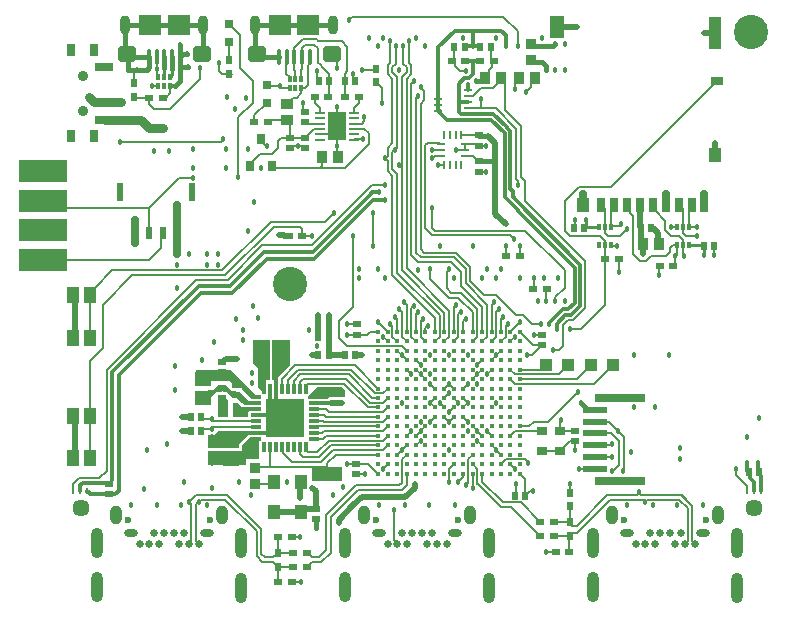
<source format=gtl>
G04*
G04 #@! TF.GenerationSoftware,Altium Limited,Altium Designer,22.0.2 (36)*
G04*
G04 Layer_Physical_Order=1*
G04 Layer_Color=255*
%FSLAX25Y25*%
%MOIN*%
G70*
G04*
G04 #@! TF.SameCoordinates,2161BBB5-3730-4A37-975F-558EB53CE70B*
G04*
G04*
G04 #@! TF.FilePolarity,Positive*
G04*
G01*
G75*
%ADD10C,0.01000*%
%ADD15C,0.00800*%
%ADD16C,0.01500*%
%ADD18C,0.00600*%
%ADD21R,0.02362X0.05906*%
%ADD22R,0.02362X0.04331*%
%ADD23R,0.01142X0.02087*%
%ADD24R,0.02559X0.01063*%
%ADD25R,0.02559X0.00984*%
%ADD26R,0.03543X0.03937*%
%ADD27R,0.02362X0.02520*%
%ADD28R,0.02953X0.02362*%
%ADD29R,0.02520X0.02362*%
%ADD30R,0.03740X0.03347*%
%ADD31R,0.03150X0.03937*%
%ADD32R,0.05906X0.02756*%
%ADD33R,0.02362X0.02953*%
%ADD34R,0.01181X0.02362*%
%ADD35R,0.00984X0.02657*%
%ADD36R,0.02657X0.00984*%
%ADD37R,0.03347X0.02559*%
%ADD38R,0.07874X0.02362*%
%ADD39R,0.16535X0.02756*%
%ADD40R,0.01181X0.02047*%
%ADD41C,0.01575*%
%ADD42R,0.07480X0.07087*%
G04:AMPARAMS|DCode=43|XSize=62.99mil|YSize=55.12mil|CornerRadius=13.78mil|HoleSize=0mil|Usage=FLASHONLY|Rotation=180.000|XOffset=0mil|YOffset=0mil|HoleType=Round|Shape=RoundedRectangle|*
%AMROUNDEDRECTD43*
21,1,0.06299,0.02756,0,0,180.0*
21,1,0.03543,0.05512,0,0,180.0*
1,1,0.02756,-0.01772,0.01378*
1,1,0.02756,0.01772,0.01378*
1,1,0.02756,0.01772,-0.01378*
1,1,0.02756,-0.01772,-0.01378*
%
%ADD43ROUNDEDRECTD43*%
%ADD44O,0.01575X0.05315*%
%ADD45R,0.04134X0.05512*%
%ADD46R,0.03937X0.03543*%
%ADD47R,0.02756X0.04724*%
%ADD48R,0.03937X0.04724*%
%ADD49R,0.03937X0.03150*%
%ADD50R,0.03937X0.11024*%
%ADD51R,0.05118X0.07480*%
%ADD52R,0.03150X0.03150*%
%ADD53R,0.02559X0.03740*%
%ADD54R,0.03347X0.00984*%
%ADD55R,0.06221X0.09764*%
%ADD56R,0.03937X0.03937*%
%ADD57R,0.03937X0.03937*%
%ADD58R,0.16000X0.07500*%
%ADD59R,0.04331X0.04724*%
%ADD60R,0.01200X0.03600*%
%ADD61R,0.03600X0.01200*%
%ADD62R,0.12800X0.12800*%
%ADD63R,0.05512X0.05118*%
%ADD64R,0.05118X0.05512*%
%ADD65R,0.09843X0.04921*%
%ADD131C,0.01200*%
%ADD132C,0.02000*%
%ADD133C,0.03000*%
%ADD134C,0.02500*%
%ADD135C,0.05709*%
%ADD136C,0.03543*%
%ADD137C,0.02559*%
%ADD138O,0.04528X0.02559*%
%ADD139C,0.02362*%
%ADD140O,0.03937X0.06299*%
%ADD141O,0.03937X0.10079*%
%ADD142O,0.03543X0.06299*%
%ADD143C,0.11400*%
%ADD144C,0.01800*%
G36*
X-48425Y-21654D02*
X-52362Y-25591D01*
X-52362D01*
Y-26772D01*
X-54331D01*
Y-13386D01*
X-48425D01*
Y-21654D01*
D02*
G37*
G36*
X-55118Y-26772D02*
X-56299D01*
Y-30709D01*
X-57480D01*
X-59055Y-29134D01*
X-59055Y-22835D01*
X-60630Y-21260D01*
Y-13386D01*
X-55118D01*
Y-26772D01*
D02*
G37*
G36*
X-68111Y-23228D02*
X-58859Y-32480D01*
X-61256Y-32480D01*
X-66767Y-26969D01*
X-79528Y-26969D01*
Y-23228D01*
X-68111Y-23228D01*
D02*
G37*
G36*
X-29921Y-30315D02*
Y-32283D01*
X-35039D01*
X-35827Y-33071D01*
X-42126D01*
Y-31890D01*
X-39370Y-29134D01*
X-31102D01*
X-29921Y-30315D01*
D02*
G37*
G36*
X-67323Y-30709D02*
X-64961D01*
X-61811Y-33858D01*
Y-35039D01*
X-63386D01*
X-65748Y-32677D01*
X-67323D01*
X-69685Y-30315D01*
Y-29921D01*
X-72047D01*
X-74803Y-32677D01*
Y-31102D01*
X-72047Y-28346D01*
Y-28346D01*
X-69685D01*
X-67323Y-30709D01*
D02*
G37*
G36*
X-68898Y-33465D02*
Y-38976D01*
X-72441D01*
Y-33228D01*
X-71653Y-32283D01*
X-70079D01*
X-68898Y-33465D01*
D02*
G37*
G36*
X-64173Y-35827D02*
X-62205D01*
Y-38976D01*
X-67323Y-38976D01*
Y-34252D01*
X-65748Y-34252D01*
X-64173Y-35827D01*
D02*
G37*
G36*
X-62205Y-44882D02*
X-66535Y-49213D01*
X-75590D01*
Y-44882D01*
X-73622D01*
X-72441Y-43701D01*
X-62205D01*
Y-44882D01*
D02*
G37*
G36*
X-58661Y-53150D02*
X-62992D01*
Y-55118D01*
X-75590D01*
Y-50394D01*
X-64173D01*
Y-48425D01*
X-61417Y-45669D01*
X-58661D01*
Y-53150D01*
D02*
G37*
D10*
X-70866Y-20709D02*
X-70827Y-20669D01*
X-70866Y-35433D02*
Y-32835D01*
Y-36693D02*
Y-35433D01*
Y-36693D02*
X-69842Y-37716D01*
Y-37795D02*
Y-37716D01*
X-53937Y-43307D02*
X-50000Y-39370D01*
X-54921Y-44291D02*
X-53937Y-43307D01*
X-50984Y-38386D02*
X-50000Y-39370D01*
X89606Y15118D02*
Y18110D01*
X89508Y18209D02*
X89606Y18110D01*
X84646Y18209D02*
X89508D01*
X50059Y24311D02*
X54724D01*
X-90158Y74331D02*
X-90158Y74331D01*
X-90158Y74331D02*
Y77165D01*
X-88189Y74331D02*
X-87599Y74921D01*
Y76968D01*
X50394Y24646D02*
Y26772D01*
X49764Y24016D02*
X50059Y24311D01*
X50394Y24646D01*
D15*
X-110630Y-16142D02*
Y-1575D01*
X-114862Y-20374D02*
X-110630Y-16142D01*
X-114862Y-38583D02*
Y-20374D01*
X31995Y72447D02*
X33563Y74016D01*
X27559Y38189D02*
Y39764D01*
X27165Y40157D02*
X27559Y39764D01*
X27165Y40157D02*
Y57087D01*
X23228Y63386D02*
Y74016D01*
Y63386D02*
X28740Y57874D01*
Y40945D02*
Y57874D01*
Y40945D02*
X29921Y39764D01*
Y33071D02*
Y39764D01*
X15354Y63976D02*
X20276D01*
X11024D02*
X15354D01*
X15276Y64055D02*
X15354Y63976D01*
X15276Y64055D02*
Y66929D01*
X20276Y63976D02*
X27165Y57087D01*
X29921Y33071D02*
X50000Y12992D01*
X-28740Y93307D02*
X-27559Y94488D01*
X22835D01*
X27559Y89764D01*
Y84646D02*
Y89764D01*
X31890Y70866D02*
Y72047D01*
X31995Y72152D01*
Y72447D01*
X33563Y74016D02*
X33858D01*
X30315Y69291D02*
X31890Y70866D01*
X19291Y70630D02*
X20577Y71916D01*
Y72644D01*
X21949Y74016D01*
X15276Y70630D02*
X19291D01*
X12651Y68006D02*
X15276Y70630D01*
X11116Y68006D02*
X12651D01*
X11024Y67913D02*
X11116Y68006D01*
X26772Y72736D02*
X28051Y74016D01*
X26772Y70472D02*
Y72736D01*
X50000Y-2756D02*
Y12992D01*
X45924Y-6832D02*
X50000Y-2756D01*
X44349Y-6832D02*
X45924D01*
X0Y23130D02*
X30020D01*
X43307Y9843D01*
Y4134D02*
Y9843D01*
X40157Y984D02*
X43307Y4134D01*
X40157Y-394D02*
Y984D01*
X32776Y3543D02*
X33071Y3839D01*
Y7480D01*
X37008Y3248D02*
X37303Y3543D01*
X37008Y-394D02*
Y3248D01*
X18661Y80309D02*
X19443Y79528D01*
X19140Y79285D02*
X19384Y79528D01*
X18898Y77559D02*
Y79528D01*
X18054Y76716D02*
X18898Y77559D01*
X18054Y75042D02*
Y76716D01*
X17028Y74016D02*
X18054Y75042D01*
X42678Y-8503D02*
X44349Y-6832D01*
X42678Y-15196D02*
Y-8503D01*
X41339Y-16535D02*
X42678Y-15196D01*
X5754Y79528D02*
X5906D01*
X5610D02*
X5754D01*
X8268Y76378D02*
X10236D01*
X6687Y77959D02*
X8268Y76378D01*
X6687Y77959D02*
Y78746D01*
X5906Y79528D02*
X6687Y78746D01*
X-4724Y70866D02*
X-3543Y69685D01*
Y66535D02*
Y69685D01*
X-4724Y65354D02*
X-3543Y66535D01*
X19443Y79528D02*
X19587D01*
X19384D02*
X19443D01*
X5754D02*
X6535Y80309D01*
Y84252D01*
X18661Y80309D02*
Y84252D01*
X-48898Y70630D02*
X-48425Y70157D01*
X-51575Y70630D02*
X-48898D01*
X-57874Y53937D02*
X-57776Y53839D01*
Y52658D02*
Y53839D01*
X-100394Y72342D02*
Y76772D01*
X-14173Y52362D02*
Y73622D01*
Y52362D02*
Y52362D01*
X-11024Y44094D02*
Y45669D01*
Y9843D02*
Y44094D01*
X100394Y-58268D02*
Y-56299D01*
X-109449Y-56850D02*
Y-23228D01*
X-112047Y-59449D02*
X-109449Y-56850D01*
X-118504Y-59449D02*
X-112047D01*
X-120453Y-63721D02*
Y-61398D01*
X-118504Y-59449D01*
X-113195Y4128D02*
X-107480Y9843D01*
X100394Y-58268D02*
X103986Y-61860D01*
Y-63642D02*
Y-61860D01*
X15773Y-60655D02*
X22582Y-67464D01*
X48031Y-56299D02*
X53543D01*
X44882Y-74114D02*
Y-68996D01*
X44783Y-74311D02*
Y-74016D01*
X57506Y-64935D02*
X67348D01*
X45958Y-75191D02*
X45965Y-75197D01*
X45663Y-75191D02*
X45958D01*
X44783Y-74311D02*
X45663Y-75191D01*
X45965Y-75197D02*
X47244D01*
X57506Y-64935D01*
X44783Y-78740D02*
Y-78445D01*
X45958Y-77565D02*
X45965Y-77559D01*
X45663Y-77565D02*
X45958D01*
X44783Y-78445D02*
X45663Y-77565D01*
X45965Y-77559D02*
X47357D01*
X58380Y-66535D01*
X44783Y-68898D02*
X44882Y-68996D01*
X61024Y-43543D02*
X63189Y-45709D01*
Y-56398D02*
Y-45709D01*
X62598Y-56988D02*
X63189Y-56398D01*
X53724Y-40731D02*
X58212D01*
X53543Y-40551D02*
X53724Y-40731D01*
X58212D02*
X61024Y-43543D01*
X53543Y-44488D02*
X58864D01*
X59478Y-56988D02*
X61417Y-55049D01*
Y-47042D01*
X58864Y-44488D02*
X61417Y-47042D01*
X59153Y-56988D02*
X59478D01*
X58864Y-48223D02*
X59055Y-48031D01*
X53746Y-48223D02*
X58864D01*
X53543Y-48425D02*
X53746Y-48223D01*
X53553Y-52353D02*
X59055D01*
X53543Y-52362D02*
X53553Y-52353D01*
X28346Y-42126D02*
X31496D01*
X33071Y-40551D01*
X37795D01*
X47638Y-30709D01*
X32283Y-7874D02*
X35433D01*
X39370Y-16535D02*
X41339D01*
X48744Y-9523D02*
X56693Y-1575D01*
X44882Y-9523D02*
X48744D01*
X47259Y-26364D02*
X51968Y-21654D01*
X28361Y-26364D02*
X47259D01*
X53150Y-27953D02*
X59449Y-21654D01*
X29528Y-27953D02*
X53150D01*
X56693Y-1575D02*
Y18209D01*
X-41004D02*
X-21024Y38189D01*
X-16535D02*
X-16535Y38189D01*
X-21024Y38189D02*
X-16535D01*
X-57495Y18209D02*
X-41004D01*
X-69011Y6693D02*
X-57495Y18209D01*
X-44193Y21260D02*
X-40945D01*
X-45079Y24409D02*
X-44193Y23524D01*
Y21260D02*
Y23524D01*
X-53740Y24409D02*
X-45079D01*
X-69882Y8268D02*
X-53740Y24409D01*
X-31890Y-7087D02*
X-27165Y-2362D01*
Y21260D01*
X-787Y23917D02*
X0Y23130D01*
X-787Y23917D02*
Y30709D01*
X51067Y-36614D02*
X53543D01*
X-29055Y-11575D02*
X-25984D01*
X-29134Y-11654D02*
X-29055Y-11575D01*
X-79528Y6693D02*
X-69011D01*
X-109449Y-23228D02*
X-79528Y6693D01*
X-100787Y8268D02*
X-69882D01*
X-54646Y25984D02*
X-36614D01*
X-70787Y9843D02*
X-54646Y25984D01*
X-107480Y9843D02*
X-70787D01*
X-110630Y-1575D02*
X-100787Y8268D01*
X-113195Y3242D02*
Y4128D01*
X-114862Y1575D02*
X-113195Y3242D01*
X-95177Y22539D02*
Y30709D01*
X-95276Y22441D02*
X-95177Y22539D01*
X-125591Y30709D02*
X-123228D01*
X-127953D02*
X-125591D01*
X-128347D02*
X-127953D01*
X-130709Y33071D02*
X-128347Y30709D01*
X-95177D02*
X-85177Y40709D01*
X-80472D01*
X-123228Y30709D02*
X-95177D01*
X-91339Y17480D02*
Y20207D01*
X-91332Y20213D01*
Y21660D01*
X-90551Y22441D01*
X-95433Y13386D02*
X-91339Y17480D01*
X-123228Y13386D02*
X-95433D01*
X-36614Y25984D02*
X-33465Y29134D01*
X-71260Y52756D02*
X-70472Y53543D01*
X-104961Y52756D02*
X-71260D01*
X-70473Y-47638D02*
X-69685Y-48425D01*
X-26274Y-61786D02*
X-11811D01*
X-36220Y-71732D02*
X-26274Y-61786D01*
X-36220Y-83465D02*
Y-71732D01*
X-25591Y-63386D02*
X-11024D01*
X-34646Y-72441D02*
X-25591Y-63386D01*
X-34646Y-84252D02*
Y-72441D01*
X-37821Y-87427D02*
X-34646Y-84252D01*
X-38583Y-85827D02*
X-36220Y-83465D01*
X-50784Y-50854D02*
X-47701Y-53937D01*
X-50784Y-50854D02*
Y-49220D01*
X-50984Y-49020D02*
X-50784Y-49220D01*
X-47701Y-53937D02*
X-37795D01*
X58380Y-66535D02*
X69291D01*
X25462Y-69064D02*
X35138Y-78740D01*
X21920Y-69064D02*
X25462D01*
X14273Y-61417D02*
X21920Y-69064D01*
X14173Y-61417D02*
X14273D01*
X28586Y-67464D02*
X35138Y-74016D01*
X22582Y-67464D02*
X28586D01*
X66142Y15354D02*
X68504Y12992D01*
X66142Y15354D02*
Y27953D01*
X64961Y29134D02*
X66142Y27953D01*
X74803Y8268D02*
Y11319D01*
X41732Y-40152D02*
X41929Y-39955D01*
X32441Y-18504D02*
X35827Y-15118D01*
X30709Y-18504D02*
X32441D01*
X41732Y-43701D02*
Y-40152D01*
X28346Y-26378D02*
X28361Y-26364D01*
X25197Y-13780D02*
X26772Y-12205D01*
X-125591Y13386D02*
X-123228D01*
X-127953D02*
X-125591D01*
X-130315D02*
X-127953D01*
X-130709D02*
X-130315D01*
X-125591Y33071D02*
X-123228D01*
X-127953D02*
X-125591D01*
X-130315D02*
X-127953D01*
X-130709D02*
X-130315D01*
X-114862Y-52756D02*
Y-38583D01*
X-17717Y65748D02*
Y70571D01*
X61319Y13780D02*
X61417Y13681D01*
Y9449D02*
Y13681D01*
X23622Y14665D02*
X23720Y14567D01*
X23622Y14665D02*
Y18110D01*
X-19685Y72539D02*
X-17717Y70571D01*
X84646Y24311D02*
X87402D01*
X56693Y22441D02*
Y24311D01*
X82677Y14961D02*
X83071Y14567D01*
X82677Y14961D02*
Y18209D01*
X79429Y11417D02*
X79921Y11909D01*
Y14567D01*
X80315D01*
X80709Y14961D01*
X77067Y14567D02*
X78347Y15846D01*
X68504Y12992D02*
X70472D01*
X72047Y14567D02*
X77067D01*
X70472Y12992D02*
X72047Y14567D01*
X79232Y18209D02*
X80709D01*
X78347Y17323D02*
X79232Y18209D01*
X78347Y15846D02*
Y17323D01*
X80709Y14961D02*
Y18209D01*
X64961Y29134D02*
Y30709D01*
X64173Y31496D02*
X64961Y30709D01*
X76772Y23228D02*
Y26378D01*
X73622Y29528D02*
X76772Y26378D01*
X73622Y29528D02*
Y30709D01*
X76772Y23228D02*
X78740Y21260D01*
X81496D01*
X72835Y31496D02*
X73622Y30709D01*
X93071Y15118D02*
Y18110D01*
X10236Y5512D02*
X17323Y-1575D01*
X8661Y4724D02*
X15748Y-2362D01*
X4724Y787D02*
X7874D01*
X-1575Y7087D02*
X4724Y787D01*
X-1575Y7087D02*
Y10236D01*
X5512Y2362D02*
X8661D01*
X3937Y3937D02*
X5512Y2362D01*
X3937Y3937D02*
Y9449D01*
X4724Y10236D01*
X7874Y787D02*
X12598Y-3937D01*
X-9449Y10630D02*
Y73622D01*
Y10630D02*
X4724Y-3543D01*
Y-9055D02*
Y-3543D01*
X3150Y-10630D02*
Y-4331D01*
X-11024Y9843D02*
X3150Y-4331D01*
X1575Y-9055D02*
Y-5118D01*
X-0Y-10630D02*
Y-5906D01*
X-15748Y78347D02*
X-14961Y79134D01*
Y86221D01*
X-9449Y73622D02*
X-7874Y75197D01*
Y78347D01*
X-8661Y79134D02*
X-7874Y78347D01*
X-8661Y79134D02*
Y86221D01*
X-11024Y74410D02*
X-9449Y75984D01*
Y77559D01*
X-10630Y78740D02*
X-9449Y77559D01*
X-10630Y78740D02*
Y84646D01*
X-14173Y77559D02*
X-12992Y78740D01*
Y84646D01*
X83858Y21260D02*
X87402D01*
X82677Y22441D02*
X83858Y21260D01*
X82677Y22441D02*
Y24311D01*
Y18209D02*
Y20079D01*
X81496Y21260D02*
X82677Y20079D01*
X78839Y24311D02*
X80709D01*
X58661D02*
Y30315D01*
X59842Y31496D01*
X56693Y24311D02*
Y30315D01*
X55512Y31496D02*
X56693Y30315D01*
X84646Y24311D02*
Y30315D01*
X85827Y31496D01*
X82677Y24311D02*
Y30315D01*
X81496Y31496D02*
X82677Y30315D01*
X-72047Y76378D02*
Y79134D01*
Y76378D02*
X-70965Y75295D01*
X-68504Y79823D02*
Y86024D01*
Y79724D02*
Y79823D01*
Y75295D02*
X-67716D01*
X-70965D02*
X-68504D01*
X-53543Y44094D02*
X-29921D01*
X-37795Y44685D02*
X-37697Y44783D01*
X-54134Y44685D02*
X-53543Y44094D01*
X-37697Y44783D02*
Y47638D01*
X-32677Y47933D02*
X-32382Y47638D01*
X-32677Y47933D02*
Y51181D01*
X17323Y-9449D02*
Y-1575D01*
X15748Y-10630D02*
Y-2362D01*
X14173Y-9449D02*
Y-3150D01*
X8661Y2362D02*
X14173Y-3150D01*
X12598Y-10630D02*
Y-3937D01*
X25197Y-10630D02*
X28346Y-7480D01*
X23622Y-8661D02*
X24409Y-7874D01*
X23622Y-9449D02*
Y-8661D01*
X22047Y-6299D02*
X22835Y-5512D01*
X20472Y-3937D02*
X21260Y-3150D01*
X20472Y-9449D02*
Y-3937D01*
X18898Y-1575D02*
X19685Y-787D01*
X18898Y-10630D02*
Y-1575D01*
X9449Y-7087D02*
X10236Y-6299D01*
X9449Y-10630D02*
Y-7087D01*
X7874Y-4724D02*
X8661Y-3937D01*
X6299Y-2362D02*
X7087Y-1575D01*
X6299Y-10630D02*
Y-2362D01*
X-18898Y-7480D02*
Y-7480D01*
Y-7480D02*
X-15748Y-10630D01*
X-10236Y-787D02*
X-9449Y-1575D01*
Y-10630D02*
Y-1575D01*
X-11811Y-3150D02*
X-11024Y-3937D01*
Y-9449D02*
Y-3937D01*
X-13386Y-5512D02*
X-12598Y-6299D01*
Y-10630D02*
Y-6299D01*
X-14173Y-9449D02*
Y-8661D01*
X-14961Y-7874D02*
X-14173Y-8661D01*
X-7874Y-2756D02*
X-7087Y-1969D01*
X-7874Y-9449D02*
Y-2756D01*
X-6299Y-4724D02*
X-5512Y-3937D01*
X-6299Y-10630D02*
Y-4724D01*
X-4724Y-7087D02*
X-3937Y-6299D01*
X-4724Y-9449D02*
Y-7087D01*
X-3150Y-9449D02*
X-2362Y-8661D01*
X-3150Y-10630D02*
Y-9449D01*
X46850Y-50000D02*
Y-47008D01*
X44921D02*
X46850D01*
X41732Y-50197D02*
X44921Y-47008D01*
X35630Y-50197D02*
X41732D01*
X46693Y-43701D02*
X46850Y-43543D01*
X41732Y-43701D02*
X46693D01*
X29528D02*
X35630D01*
X17323D02*
X18898Y-45276D01*
X31653Y-63779D02*
X32677D01*
X30079Y-65354D02*
X31653Y-63779D01*
X27165Y-64803D02*
Y-61417D01*
X26614Y-65354D02*
X27165Y-64803D01*
X44882Y-64272D02*
Y-61417D01*
X37008Y-83858D02*
X40256D01*
X15773Y-60655D02*
Y-57899D01*
X15748Y-57874D02*
X15773Y-57899D01*
X14173Y-61417D02*
Y-59055D01*
X-92717Y74921D02*
X-92126Y74331D01*
X-92717Y74921D02*
Y76968D01*
X-34252Y81890D02*
X-32677Y80315D01*
Y77165D02*
Y80315D01*
Y57874D02*
Y64173D01*
X-35335Y55217D02*
X-32677Y57874D01*
X-39370Y73465D02*
Y76378D01*
Y73465D02*
X-38740Y72835D01*
X-44094Y63543D02*
X-43307Y62756D01*
X-51968Y79134D02*
Y81004D01*
X-51575Y70630D02*
Y71260D01*
X-44094Y63543D02*
Y65748D01*
X-38248Y55217D02*
X-35335D01*
X-32677Y51181D02*
Y57874D01*
X-61614Y44685D02*
Y45472D01*
X-58268Y48819D01*
X-54331D01*
X-51417Y54094D02*
X-48425D01*
X-55610Y59449D02*
X-55118Y59941D01*
X-49213D01*
X-40413Y56988D02*
X-38248D01*
X-43307Y54094D02*
X-40413Y56988D01*
X-48425Y54094D02*
X-43307D01*
X-48425D02*
Y59154D01*
X-49213Y59941D02*
X-48425Y59154D01*
X-42776Y58760D02*
X-38248D01*
X-43307Y59291D02*
X-42776Y58760D01*
X-49474Y75458D02*
Y80939D01*
X-49409Y81004D01*
X-49474Y75458D02*
X-48425Y74410D01*
Y73150D02*
Y73543D01*
Y74410D01*
X-41732Y81004D02*
X-41471Y80743D01*
X-41732Y78740D02*
Y81004D01*
X-46063Y67323D02*
X-44488Y68898D01*
X-47146Y67323D02*
X-46063D01*
X-49213Y65256D02*
X-47146Y67323D01*
X-44488Y68898D02*
Y70551D01*
X-42126Y78347D02*
X-41732Y78740D01*
X-42126Y71654D02*
Y78347D01*
X-43228Y70551D02*
X-42126Y71654D01*
X-44488Y70551D02*
X-43228D01*
X-44488Y76772D02*
X-44291Y76968D01*
X-44488Y73150D02*
Y73543D01*
Y76772D01*
X-38976Y79134D02*
Y83858D01*
X-35276Y72835D02*
Y75433D01*
X-44291Y84055D02*
X-43307Y85039D01*
X-40157D02*
X-38976Y83858D01*
X-35276Y67972D02*
Y72835D01*
X-35531Y67717D02*
X-35276Y67972D01*
X-38976Y79134D02*
X-38451Y78608D01*
X-38446D01*
X-37140Y77302D01*
Y77298D02*
Y77302D01*
Y77298D02*
X-35276Y75433D01*
X-43307Y85039D02*
X-40157D01*
X-46850Y76772D02*
X-46457Y76378D01*
Y73150D02*
Y73543D01*
Y76378D01*
X-30079Y72835D02*
Y75433D01*
X-38793Y86221D02*
X-31102D01*
X-29134Y84252D01*
X-30079Y67972D02*
Y72835D01*
Y67972D02*
X-29823Y67717D01*
X-46850Y84042D02*
X-44053Y86839D01*
X-39412D01*
X-38793Y86221D01*
X-30079Y75433D02*
X-29134Y76378D01*
Y84252D01*
X-40059Y65650D02*
Y67717D01*
Y65650D02*
X-38248Y63839D01*
Y62303D02*
Y63839D01*
X-27106Y62303D02*
Y63839D01*
X39665Y-78740D02*
X44783D01*
Y-83858D02*
Y-78740D01*
X39665Y-74016D02*
X44783D01*
X3150Y-29528D02*
X4724Y-27953D01*
X4724D01*
X6299Y-29528D02*
X6299D01*
X4724Y-27953D02*
X6299Y-29528D01*
X-0Y-32677D02*
Y-32677D01*
X-1575Y-34252D02*
X-0Y-32677D01*
Y-35827D02*
Y-35827D01*
X-1575Y-34252D02*
X-0Y-35827D01*
X3150Y-38976D02*
X4724Y-40551D01*
X6299Y-38976D02*
Y-38976D01*
X4724Y-40551D02*
X6299Y-38976D01*
X9449Y-35827D02*
X9449D01*
X11024Y-34252D01*
X9449Y-32677D02*
X11024Y-34252D01*
X3150Y-32677D02*
X4724Y-31102D01*
X4724D01*
X6299Y-32677D02*
Y-32677D01*
Y-32677D02*
X7874Y-34252D01*
X4724Y-37402D02*
X6299Y-35827D01*
X1575Y-34252D02*
X3150Y-35827D01*
X-4724Y-24803D02*
X-3150Y-26378D01*
X12598D02*
X12598D01*
X14173Y-24803D01*
X15748Y-23228D02*
Y-23228D01*
X14173Y-24803D02*
X15748Y-23228D01*
X-4724Y-43701D02*
X-3150Y-42126D01*
X-6299Y-45276D02*
X-4724Y-43701D01*
X12598Y-42126D02*
X14173Y-43701D01*
X14173D01*
X14173D02*
X15748Y-45276D01*
X18898Y-48425D02*
X20472Y-50000D01*
X22047Y-51575D01*
X18898Y-20079D02*
X18898D01*
X20472Y-18504D01*
X22047Y-16929D01*
X-1575Y-27953D02*
X-0Y-29528D01*
X-1575Y-27953D02*
Y-27953D01*
X9449Y-29528D02*
X9449D01*
X11024Y-27953D01*
X9449Y-38976D02*
X11024Y-40551D01*
X-1575Y-40551D02*
X-0Y-38976D01*
X-1575Y-40551D02*
Y-40551D01*
X14173Y-21654D02*
X15748Y-20079D01*
X14173Y-21654D02*
Y-21654D01*
X-6299Y-20079D02*
X-4724Y-21654D01*
X17323Y-24803D02*
X18898Y-23228D01*
X17323Y-24803D02*
Y-24803D01*
X15748Y-48425D02*
Y-48425D01*
X14173Y-46850D02*
X15748Y-48425D01*
X25197Y-54724D02*
X26772Y-56299D01*
X25197Y-13780D02*
X25197D01*
X-17323Y-12205D02*
X-15748Y-13780D01*
X22047Y-10630D02*
Y-6299D01*
X-88189Y68898D02*
Y71339D01*
X-89764Y67323D02*
X-88189Y68898D01*
X-90650Y67323D02*
X-89764D01*
X-99902D02*
X-95177D01*
X-100394Y67815D02*
X-99902Y67323D01*
X-94410Y71339D02*
X-92126D01*
X-27165Y53386D02*
X-27106Y53445D01*
X-23622Y59547D02*
Y61024D01*
X-24409Y58760D02*
X-23622Y59547D01*
X-27106Y58760D02*
X-24409D01*
X7874Y-9055D02*
Y-4724D01*
X83465Y-81260D02*
X84252Y-80472D01*
Y-69291D01*
X81496Y-66535D02*
X84252Y-69291D01*
X70866Y-66535D02*
X81496D01*
X70079Y-67323D02*
X70866Y-66535D01*
X85852Y-80498D02*
X86614Y-81260D01*
X85752Y-68529D02*
X85852D01*
X82159Y-64935D02*
X85752Y-68529D01*
X85852Y-80498D02*
Y-68529D01*
X82258Y-64935D02*
X85852Y-68529D01*
X68872Y-64935D02*
X82159D01*
X68110Y-64173D02*
X68872Y-64935D01*
X69291Y-66535D02*
X70079Y-67323D01*
X67348Y-64935D02*
X68110Y-64173D01*
X44783Y-74016D02*
X44882Y-74114D01*
X-79528Y-80472D02*
X-78740Y-81260D01*
X-81890D02*
X-81128Y-80498D01*
X-78740Y-67323D02*
X-77953Y-66535D01*
X-70079D01*
X-79502Y-64935D02*
X-69317D01*
X12598Y-62598D02*
Y-57874D01*
X11024Y-61024D02*
Y-59055D01*
X10236Y-61811D02*
X11024Y-61024D01*
X9449Y-59055D02*
Y-57874D01*
X7874Y-60630D02*
X9449Y-59055D01*
X4724Y-60630D02*
Y-59055D01*
X28346Y-57874D02*
X30079Y-59606D01*
Y-65354D02*
Y-59606D01*
X32913Y-11654D02*
X35827D01*
X28346Y-10630D02*
X32835Y-15118D01*
X35827D01*
X-43858Y51181D02*
X-43307Y50630D01*
X-45669Y51181D02*
X-43858D01*
X-48425Y50630D02*
X-47874Y51181D01*
X-45669D01*
X25197Y-23228D02*
X26772Y-24803D01*
X28346Y-23228D02*
X35433D01*
X37008Y-21654D01*
X29528Y-24803D02*
X41339D01*
X44488Y-21654D01*
X25197Y-26378D02*
X25197D01*
X26772Y-27953D01*
X-57874Y53740D02*
Y53937D01*
X-54331Y48819D02*
X-52362Y50787D01*
Y53150D01*
X-51417Y54094D01*
X-57776Y52658D02*
X-56299Y51181D01*
X-55905D01*
X2707Y45276D02*
X2953Y45030D01*
X1181Y51968D02*
X1919D01*
X8858Y54971D02*
X9006Y55118D01*
X14331D01*
X14567Y54882D01*
X9892Y50000D02*
Y51968D01*
X14016D01*
X14567Y51417D01*
X-25984Y-11575D02*
X-22598D01*
X-21654Y-10630D01*
X-18898D01*
X-29291Y-8110D02*
X-25984D01*
X-46850Y76772D02*
Y81004D01*
Y84042D01*
X-44291Y76968D02*
Y81004D01*
Y84055D01*
X-92717Y76968D02*
Y81102D01*
X-25295Y65650D02*
Y67717D01*
X-27106Y63839D02*
X-25295Y65650D01*
X-27165Y73386D02*
X-26614Y72835D01*
X-27165Y73386D02*
Y75197D01*
X-60138Y59449D02*
Y61516D01*
X-55905Y65748D01*
Y71653D02*
X-55512Y71260D01*
X-51575D01*
X-65473Y40827D02*
Y60905D01*
X-60630Y65748D01*
Y72835D01*
X-64961Y77165D02*
X-60630Y72835D01*
X-64961Y77165D02*
Y88386D01*
X-68504Y91929D02*
X-64961Y88386D01*
X-95177Y65256D02*
Y67323D01*
Y65256D02*
X-93701Y63779D01*
X-88189D01*
X-78347Y73622D01*
Y77165D01*
X-29134Y-15354D02*
X-20079D01*
X-6299Y-23228D02*
X-4724Y-24803D01*
X-6299Y-45276D02*
X-6299D01*
X-35827Y-55512D02*
Y-54331D01*
Y-57874D02*
Y-55512D01*
Y-54331D02*
X-33071Y-51575D01*
X-66536D02*
X-66142Y-51181D01*
X-68110Y-53150D02*
X-66536Y-51575D01*
X-22441Y-35827D02*
X-18898D01*
X-30315Y-27953D02*
X-22441Y-35827D01*
X-42126Y-27953D02*
X-30315D01*
X-21654Y-34252D02*
X-20079D01*
X-29528Y-26378D02*
X-21654Y-34252D01*
X-44094Y-26378D02*
X-29528D01*
X-20866Y-32677D02*
X-18898D01*
X-28740Y-24803D02*
X-20866Y-32677D01*
X-44882Y-24803D02*
X-28740D01*
X-27953Y-23228D02*
X-20079Y-31102D01*
X-45669Y-23228D02*
X-27953D01*
X-26772Y-21654D02*
X-18898Y-29528D01*
X-46457Y-21654D02*
X-26772D01*
X-13780Y-80079D02*
X-12598Y-81260D01*
X-41069Y-87427D02*
X-37821D01*
X-41043Y-85827D02*
X-38583D01*
X-53839Y-87402D02*
X-52362Y-88878D01*
X-57480Y-87402D02*
X-53839D01*
X-59449Y-85433D02*
X-57480Y-87402D01*
X-53839Y-85827D02*
X-52362Y-84350D01*
X-56693Y-85827D02*
X-53839D01*
X-57874Y-84646D02*
X-56693Y-85827D01*
X-57874Y-84646D02*
Y-76378D01*
X-69317Y-64935D02*
X-57874Y-76378D01*
X-59449Y-85433D02*
Y-77165D01*
X-70079Y-66535D02*
X-59449Y-77165D01*
X-69685Y-48425D02*
X-68110Y-46850D01*
X-69685Y-51575D02*
X-68110Y-53150D01*
X-29291Y-54567D02*
X-26378D01*
X-22205D01*
X-18898Y-57874D01*
X-26378Y-58031D02*
X-23386D01*
X-11049Y-61024D02*
Y-59055D01*
X-11811Y-61786D02*
X-11049Y-61024D01*
X-9449Y-61811D02*
Y-57874D01*
X-11024Y-63386D02*
X-9449Y-61811D01*
X-13780Y-80079D02*
Y-70079D01*
X-81890Y-67323D02*
X-79502Y-64935D01*
X-79528Y-80472D02*
Y-68110D01*
X-78740Y-67323D01*
X-81128Y-80498D02*
Y-68085D01*
X-81890Y-67323D02*
X-81128Y-68085D01*
X-17323Y-56299D02*
Y-56299D01*
X-15748Y-54724D01*
X-7874Y-43701D02*
X-7874D01*
X-9449Y-45276D02*
X-7874Y-43701D01*
X-4724Y-46850D02*
X-4724D01*
X-6299Y-48425D02*
X-4724Y-46850D01*
X-9449Y-23228D02*
X-7874Y-24803D01*
X-12598Y-16929D02*
X-11024Y-18504D01*
Y-18504D01*
Y-18504D02*
X-9449Y-20079D01*
X-12598Y-51575D02*
X-11024Y-50000D01*
X-12598Y-51575D02*
X-12598D01*
X-11024Y-50000D02*
X-9449Y-48425D01*
Y-48425D01*
X-52362Y-84350D02*
X-52264Y-84252D01*
X-47146D01*
X-52362Y-93996D02*
X-52264Y-94095D01*
X-52362Y-93996D02*
Y-88878D01*
X-52264Y-88976D01*
X-47146D01*
X-40350Y-42323D02*
X-40153Y-42126D01*
X-18898D01*
X-40350Y-38386D02*
X-36811D01*
X-36220Y-38976D01*
X-18898D01*
X-40350Y-40354D02*
X-37205D01*
X-37008Y-40551D01*
X-20079D01*
X-40350Y-36417D02*
X-36417D01*
X-35433Y-37402D01*
X-20079D01*
X-33504Y-34449D02*
X-33465Y-34409D01*
X-43110Y-28937D02*
X-42126Y-27953D01*
X-43110Y-29720D02*
Y-28937D01*
X-45079Y-27362D02*
X-44094Y-26378D01*
X-45079Y-29720D02*
Y-27362D01*
X-47047Y-26969D02*
X-44882Y-24803D01*
X-47047Y-29720D02*
Y-26969D01*
X-49016Y-26575D02*
X-45669Y-23228D01*
X-49016Y-29720D02*
Y-26575D01*
X-50984Y-26181D02*
X-46457Y-21654D01*
X-50984Y-29720D02*
Y-26181D01*
X-37008Y-43701D02*
X-20079D01*
X-37598Y-44291D02*
X-37008Y-43701D01*
X-40350Y-44291D02*
X-37598D01*
X-36220Y-45276D02*
X-18898D01*
X-37205Y-46260D02*
X-36220Y-45276D01*
X-40350Y-46260D02*
X-37205D01*
X-35433Y-46850D02*
X-20079D01*
X-39370Y-50787D02*
X-35433Y-46850D01*
X-42126Y-50787D02*
X-39370D01*
X-43110Y-49803D02*
X-42126Y-50787D01*
X-43110Y-49803D02*
Y-49020D01*
X-34646Y-48425D02*
X-18898D01*
X-38583Y-52362D02*
X-34646Y-48425D01*
X-44094Y-52362D02*
X-38583D01*
X-45079Y-51378D02*
X-44094Y-52362D01*
X-45079Y-51378D02*
Y-49020D01*
X-33858Y-50000D02*
X-20079D01*
X-37795Y-53937D02*
X-33858Y-50000D01*
X-33071Y-51575D02*
X-18898D01*
X-52992Y-22835D02*
X-52953Y-22874D01*
X-56890Y-23268D02*
X-56457Y-22835D01*
X-42618Y-84252D02*
X-41043Y-85827D01*
X-42618Y-88976D02*
X-41069Y-87427D01*
X-47736Y-94095D02*
X-44488D01*
X-59842Y-61221D02*
X-54213D01*
X-53740Y-60748D01*
X-59842Y-56102D02*
X-59252Y-55512D01*
X-54921Y-55413D02*
Y-49020D01*
X-55020Y-55512D02*
X-54921Y-55413D01*
X-59252Y-55512D02*
X-55020D01*
X-47736Y-79134D02*
X-44882D01*
X-52362Y-84350D02*
Y-79232D01*
X-52264Y-79134D01*
X-77795Y-43701D02*
X-77008Y-42913D01*
X-74410D01*
X-73819Y-42323D01*
X-59650D01*
X-77795Y-38976D02*
X-77008Y-39764D01*
X-74410D01*
X-73819Y-40354D01*
X-59650D01*
X-55020Y-55512D02*
X-35827D01*
X-29921Y44094D02*
X-22047Y51968D01*
X-27106Y56988D02*
X-23524D01*
X-22047Y55512D01*
Y51968D02*
Y55512D01*
X-27106Y53445D02*
X-27008Y53543D01*
X-24016D01*
X-7874Y72047D02*
X-7087Y72835D01*
X-7874Y14961D02*
Y72047D01*
Y14961D02*
X-5512Y12598D01*
X5512D01*
X8661Y9449D01*
Y4724D02*
Y9449D01*
X-6299Y67323D02*
X-5512Y68110D01*
X-6299Y15748D02*
Y67323D01*
Y15748D02*
X-4724Y14173D01*
X6299D01*
X10236Y10236D01*
Y5512D02*
Y10236D01*
X-4724Y16929D02*
Y65354D01*
Y16929D02*
X-3543Y15748D01*
X7087D01*
X11811Y11024D01*
Y6299D02*
Y11024D01*
Y6299D02*
X16535Y1575D01*
X20472D01*
X27165Y-5118D01*
X46299Y24016D02*
X46850Y24567D01*
Y26772D01*
X74803Y11319D02*
X74902Y11417D01*
X58858Y37795D02*
X93898Y72835D01*
X43307Y22835D02*
X44882Y21260D01*
X55118D01*
X56693Y19685D01*
Y18209D02*
Y19685D01*
X58661Y24311D02*
X59153Y24803D01*
X56693Y22441D02*
X57874Y21260D01*
X59153Y24803D02*
X61417D01*
X61811Y25197D01*
X62205D01*
X57874Y21260D02*
X61811D01*
X64173Y23622D01*
X58661Y18209D02*
X58760Y18110D01*
X60630D01*
X-31890Y-12598D02*
Y-7087D01*
Y-12598D02*
X-29134Y-15354D01*
X-20472Y18110D02*
Y29134D01*
X28346Y14665D02*
Y18110D01*
X28248Y14567D02*
X28346Y14665D01*
X29528Y-5118D02*
X32283Y-7874D01*
X27165Y-5118D02*
X29528D01*
X-3150Y24016D02*
X-787Y21654D01*
X25197D01*
X26378Y20472D01*
X-787Y50000D02*
X1919D01*
X-787Y50000D02*
X-787Y50000D01*
X0Y48031D02*
X1919D01*
X-787Y47244D02*
X0Y48031D01*
X935Y45030D02*
X2953D01*
X-3150Y24016D02*
Y51417D01*
Y51575D02*
X-2362Y52362D01*
X1526D01*
X1919Y51968D01*
X7087Y50000D02*
X9892D01*
X14567Y51417D02*
X17165D01*
X-16535Y47244D02*
X-15748Y48031D01*
X-16535Y47244D02*
X-15748Y46457D01*
X-16535Y47244D02*
X-16535D01*
X-14173Y49213D02*
X-13386Y50000D01*
X-11811Y44882D02*
X-11024Y44094D01*
X-11811Y44882D02*
X-11811D01*
X-11811D02*
X-11024Y45669D01*
Y74410D01*
X-14173Y43701D02*
X-12598Y42126D01*
Y9055D02*
Y42126D01*
X-14173Y43701D02*
Y49213D01*
X-12598Y9055D02*
X1575Y-5118D01*
X-15748Y42913D02*
X-14173Y41339D01*
Y8268D02*
Y41339D01*
X-15748Y42913D02*
Y46457D01*
X-14173Y8268D02*
X-0Y-5906D01*
X-14173Y75984D02*
X-12598Y74410D01*
Y50787D02*
Y74410D01*
X-13386Y50000D02*
X-12598Y50787D01*
X-14173Y75984D02*
Y77559D01*
X-15748Y75197D02*
X-14173Y73622D01*
X-15748Y50787D02*
X-14173Y52362D01*
X-15748Y48031D02*
Y50787D01*
Y75197D02*
Y78347D01*
X-24409Y76772D02*
X-19980D01*
X-19685Y77067D01*
X-114862Y-12598D02*
Y1575D01*
X12756Y48031D02*
X14567Y46220D01*
X9892Y48031D02*
X12756D01*
X14567Y42756D02*
X17165D01*
X14567Y54882D02*
X14724Y54724D01*
X43307Y22835D02*
Y33071D01*
X48031Y37795D01*
X58858D01*
D16*
X19921Y46220D02*
X20079Y46063D01*
X14567Y46220D02*
X19921D01*
X13780Y72835D02*
X13837Y72892D01*
X16199D01*
X16535Y73228D01*
X32283Y79921D02*
Y80315D01*
X36950Y76829D02*
Y78010D01*
X35766Y79195D02*
X36950Y78010D01*
X33010Y79195D02*
X35766D01*
X32480Y84646D02*
X39289D01*
X40076Y85433D01*
X40157D01*
X31890Y85236D02*
X32480Y84646D01*
X36950Y76829D02*
X37008Y76772D01*
X32283Y79921D02*
X33010Y79195D01*
X48705Y-34252D02*
X51067Y-36614D01*
X-90158Y77165D02*
Y81102D01*
X-87599Y76968D02*
Y81102D01*
X-86535Y71339D02*
X-85039Y72835D01*
Y77559D02*
X-82284D01*
X-85039Y72835D02*
Y77559D01*
Y81102D01*
Y85039D01*
X-85039Y85039D01*
X-85039Y81102D02*
X-84252Y81890D01*
X-82677D01*
X-58563Y81004D02*
X-51968D01*
X-59449Y81890D02*
X-58563Y81004D01*
X-59842Y82284D02*
Y91536D01*
Y82284D02*
X-59449Y81890D01*
X-59842Y91536D02*
X-51575D01*
X-42126D01*
X-33858D01*
X-85433Y91634D02*
X-77165D01*
X-94882D02*
X-85433D01*
X-103150D02*
X-94882D01*
X-103150Y82382D02*
Y91634D01*
Y82382D02*
X-102756Y81988D01*
X-77165Y82382D02*
Y91634D01*
X-77559Y81988D02*
X-77165Y82382D01*
X-101870Y81102D02*
X-95276D01*
Y77559D02*
Y81102D01*
X-96063Y76772D02*
X-95276Y77559D01*
X-99213Y76772D02*
X-96063D01*
X-102362D02*
Y81595D01*
X-101870Y81102D01*
X-102756Y81988D02*
X-102362Y81595D01*
Y76772D02*
X-100394D01*
X-99213D01*
X-39764Y-75984D02*
Y-72992D01*
X14724Y54724D02*
X17717D01*
D18*
X34252Y-74410D02*
X35138D01*
X26772Y-27953D02*
X29528D01*
X26772Y-24803D02*
X29528D01*
X23622Y-12205D02*
Y-9449D01*
X20472Y-12205D02*
Y-9449D01*
X-4724Y-12205D02*
Y-9449D01*
Y-12205D02*
X-3150Y-13780D01*
X-14173Y-12205D02*
Y-9449D01*
Y-12205D02*
X-12598Y-13780D01*
X-11024Y-12205D02*
X-9449Y-13780D01*
X-7874Y-12205D02*
X-6299Y-13780D01*
X25197Y-45276D02*
X25197D01*
X26772Y-43701D01*
X29528D01*
X29921Y-53150D02*
X31102Y-54331D01*
X23622Y-53150D02*
X29921D01*
X14173Y-59055D02*
Y-56299D01*
X22047Y-54724D02*
X23622Y-53150D01*
X12598Y-54724D02*
X14173Y-56299D01*
X22047Y-13780D02*
X23622Y-12205D01*
X18898Y-13780D02*
X20472Y-12205D01*
X15748Y-13780D02*
X17323Y-12205D01*
Y-9449D01*
X12598Y-13780D02*
X14173Y-12205D01*
Y-9449D01*
X-11024Y-12205D02*
Y-9449D01*
X-7874Y-12205D02*
Y-9449D01*
X-0Y-13780D02*
X1575Y-12205D01*
Y-9055D01*
X3150Y-13780D02*
X4724Y-12205D01*
Y-9055D01*
X6299Y-13780D02*
X7874Y-12205D01*
Y-9055D01*
X11024Y-53150D02*
X12598Y-51575D01*
X11024Y-59055D02*
Y-53150D01*
X6299Y-54724D02*
Y-54724D01*
X4724Y-56299D02*
X6299Y-54724D01*
X4724Y-59055D02*
Y-56299D01*
X-11024Y-15354D02*
X-9449Y-16929D01*
X-20079Y-15354D02*
X-11024D01*
X-9449Y-16929D02*
Y-16929D01*
X-11049Y-53175D02*
X-9449Y-51575D01*
X-11049Y-59055D02*
Y-53175D01*
X-20079Y-40551D02*
X-17323D01*
X-15748Y-38976D01*
X-20079Y-37402D02*
X-17323D01*
X-15748Y-35827D01*
X-17323Y-34252D02*
X-15748Y-32677D01*
X-20079Y-34252D02*
X-17323D01*
Y-31102D02*
X-15748Y-29528D01*
X-20079Y-31102D02*
X-17323D01*
Y-43701D02*
X-15748Y-42126D01*
X-20079Y-43701D02*
X-17323D01*
X-15748Y-45276D02*
Y-45276D01*
X-17323Y-46850D02*
X-15748Y-45276D01*
X-20079Y-46850D02*
X-17323D01*
Y-50000D02*
X-15748Y-48425D01*
X-20079Y-50000D02*
X-17323D01*
D21*
X-80827Y35827D02*
D03*
X-105000D02*
D03*
D22*
X-85827Y22441D02*
D03*
X-90551D02*
D03*
X-95276D02*
D03*
X-100000D02*
D03*
D23*
X108632Y-63642D02*
D03*
X106309D02*
D03*
X103986D02*
D03*
X-120453Y-63721D02*
D03*
X-118130D02*
D03*
X-115807D02*
D03*
D24*
X11024Y69882D02*
D03*
Y60039D02*
D03*
D25*
Y67913D02*
D03*
X1181Y66929D02*
D03*
X11024Y65945D02*
D03*
X1181Y64961D02*
D03*
X11024Y63976D02*
D03*
X1181Y62992D02*
D03*
X11024Y62008D02*
D03*
D26*
X21949Y74016D02*
D03*
X16634D02*
D03*
X28051D02*
D03*
X33366D02*
D03*
X74705Y18504D02*
D03*
X69390D02*
D03*
X-32382Y47638D02*
D03*
X-37697D02*
D03*
D27*
X15197Y84252D02*
D03*
X18661D02*
D03*
X108031Y-57480D02*
D03*
X104567D02*
D03*
X10000Y84252D02*
D03*
X6535D02*
D03*
X-26614Y-18504D02*
D03*
X-30079D02*
D03*
X-35408Y-12205D02*
D03*
X-38872D02*
D03*
X-38872Y-18504D02*
D03*
X-35408D02*
D03*
Y-7480D02*
D03*
X-38872D02*
D03*
X-69842Y-37795D02*
D03*
X-66378D02*
D03*
X68740Y24016D02*
D03*
X72205D02*
D03*
X89606Y18110D02*
D03*
X93071D02*
D03*
X49764Y24016D02*
D03*
X46299D02*
D03*
X30079Y-65354D02*
D03*
X26614D02*
D03*
X-35276Y72835D02*
D03*
X-38740D02*
D03*
X-30079D02*
D03*
X-26614D02*
D03*
X-77795Y-43701D02*
D03*
X-81260D02*
D03*
X-52992Y-22835D02*
D03*
X-56457D02*
D03*
X-77795Y-38976D02*
D03*
X-81260D02*
D03*
D28*
X15059Y79528D02*
D03*
X19587D02*
D03*
X10138D02*
D03*
X5610D02*
D03*
X37303Y3543D02*
D03*
X32776D02*
D03*
X79429Y11417D02*
D03*
X74902D02*
D03*
X56791Y13780D02*
D03*
X61319D02*
D03*
X-44193Y21260D02*
D03*
X-48720D02*
D03*
X-90650Y67323D02*
D03*
X-95177D02*
D03*
X39665Y-78740D02*
D03*
X35138D02*
D03*
X40256Y-83858D02*
D03*
X44783D02*
D03*
X35138Y-74016D02*
D03*
X39665D02*
D03*
X-55610Y59449D02*
D03*
X-60138D02*
D03*
X-40059Y67717D02*
D03*
X-35531D02*
D03*
X-25295D02*
D03*
X-29823D02*
D03*
X28248Y14567D02*
D03*
X23720D02*
D03*
X-52264Y-94095D02*
D03*
X-47736D02*
D03*
X-42618Y-88976D02*
D03*
X-47146D02*
D03*
Y-84252D02*
D03*
X-42618D02*
D03*
X-47736Y-79134D02*
D03*
X-52264D02*
D03*
D29*
X-39764Y-72992D02*
D03*
Y-69528D02*
D03*
X-108661Y-64724D02*
D03*
Y-61260D02*
D03*
X14567Y46220D02*
D03*
Y42756D02*
D03*
X-25984Y-8110D02*
D03*
Y-11575D02*
D03*
X46850Y-47008D02*
D03*
Y-43543D02*
D03*
X14567Y54882D02*
D03*
Y51417D02*
D03*
X-48425Y54094D02*
D03*
Y50630D02*
D03*
X-43307Y54094D02*
D03*
Y50630D02*
D03*
Y59291D02*
D03*
Y62756D02*
D03*
X35827Y-15118D02*
D03*
Y-11654D02*
D03*
X-33465Y-34409D02*
D03*
Y-30945D02*
D03*
X-70866Y-32835D02*
D03*
Y-29370D02*
D03*
X-66142Y-31654D02*
D03*
Y-28189D02*
D03*
X-70866Y-20709D02*
D03*
Y-24173D02*
D03*
X-26378Y-58031D02*
D03*
Y-54567D02*
D03*
D30*
X-59842Y-56102D02*
D03*
Y-61221D02*
D03*
X31890Y85236D02*
D03*
Y80118D02*
D03*
D31*
X-113524Y54528D02*
D03*
Y83268D02*
D03*
X-121122Y54528D02*
D03*
Y83268D02*
D03*
D32*
X-110433Y60039D02*
D03*
Y77756D02*
D03*
Y65945D02*
D03*
D33*
X-19685Y72539D02*
D03*
Y77067D02*
D03*
X44882Y-68799D02*
D03*
Y-64272D02*
D03*
Y-78642D02*
D03*
Y-74114D02*
D03*
X-68504Y79823D02*
D03*
Y75295D02*
D03*
X-100394Y72342D02*
D03*
Y67815D02*
D03*
X-52362Y-84350D02*
D03*
Y-88878D02*
D03*
D34*
X84646Y18209D02*
D03*
X82677D02*
D03*
X80709D02*
D03*
Y24311D02*
D03*
X82677D02*
D03*
X84646D02*
D03*
X54724D02*
D03*
X56693D02*
D03*
X58661D02*
D03*
Y18209D02*
D03*
X56693D02*
D03*
X54724D02*
D03*
D35*
X2953Y45030D02*
D03*
X4921D02*
D03*
X6890D02*
D03*
X8858D02*
D03*
Y54971D02*
D03*
X6890D02*
D03*
X4921D02*
D03*
X2953D02*
D03*
D36*
X9892Y48031D02*
D03*
Y50000D02*
D03*
Y51968D02*
D03*
X1919D02*
D03*
Y50000D02*
D03*
Y48031D02*
D03*
D37*
X35630Y-50197D02*
D03*
Y-43701D02*
D03*
X41732D02*
D03*
Y-50197D02*
D03*
D38*
X53543Y-56299D02*
D03*
Y-52362D02*
D03*
Y-48425D02*
D03*
Y-44488D02*
D03*
Y-40551D02*
D03*
Y-36614D02*
D03*
D39*
X61811Y-60236D02*
D03*
Y-32677D02*
D03*
D40*
X-88189Y71339D02*
D03*
X-90158D02*
D03*
X-92126D02*
D03*
Y74331D02*
D03*
X-90158D02*
D03*
X-88189D02*
D03*
X-44488Y70551D02*
D03*
X-46457D02*
D03*
X-48425D02*
D03*
Y73543D02*
D03*
X-46457D02*
D03*
X-44488D02*
D03*
D41*
X28346Y-57874D02*
D03*
X25197D02*
D03*
X22047D02*
D03*
X18898D02*
D03*
X15748D02*
D03*
X12598D02*
D03*
X9449D02*
D03*
X6299D02*
D03*
X3150D02*
D03*
X-0D02*
D03*
X-3150D02*
D03*
X-6299D02*
D03*
X-9449D02*
D03*
X-12598D02*
D03*
X-15748D02*
D03*
X-18898D02*
D03*
X28346Y-54724D02*
D03*
X25197D02*
D03*
X22047D02*
D03*
X18898D02*
D03*
X15748D02*
D03*
X12598D02*
D03*
X9449D02*
D03*
X6299D02*
D03*
X3150D02*
D03*
X-0D02*
D03*
X-3150D02*
D03*
X-6299D02*
D03*
X-9449D02*
D03*
X-12598D02*
D03*
X-15748D02*
D03*
X-18898D02*
D03*
X28346Y-51575D02*
D03*
X25197D02*
D03*
X22047D02*
D03*
X18898D02*
D03*
X15748D02*
D03*
X12598D02*
D03*
X9449D02*
D03*
X6299D02*
D03*
X3150D02*
D03*
X-0D02*
D03*
X-3150D02*
D03*
X-6299D02*
D03*
X-9449D02*
D03*
X-12598D02*
D03*
X-15748D02*
D03*
X-18898D02*
D03*
X28346Y-48425D02*
D03*
X25197D02*
D03*
X22047D02*
D03*
X18898D02*
D03*
X15748D02*
D03*
X12598D02*
D03*
X9449D02*
D03*
X6299D02*
D03*
X3150D02*
D03*
X-0D02*
D03*
X-3150D02*
D03*
X-6299D02*
D03*
X-9449D02*
D03*
X-12598D02*
D03*
X-15748D02*
D03*
X-18898D02*
D03*
X28346Y-45276D02*
D03*
X25197D02*
D03*
X22047D02*
D03*
X18898D02*
D03*
X15748D02*
D03*
X12598D02*
D03*
X9449D02*
D03*
X6299D02*
D03*
X3150D02*
D03*
X-0D02*
D03*
X-3150D02*
D03*
X-6299D02*
D03*
X-9449D02*
D03*
X-12598D02*
D03*
X-15748D02*
D03*
X-18898D02*
D03*
X28346Y-42126D02*
D03*
X25197D02*
D03*
X22047D02*
D03*
X18898D02*
D03*
X15748D02*
D03*
X12598D02*
D03*
X9449D02*
D03*
X6299D02*
D03*
X3150D02*
D03*
X-0D02*
D03*
X-3150D02*
D03*
X-6299D02*
D03*
X-9449D02*
D03*
X-12598D02*
D03*
X-15748D02*
D03*
X-18898D02*
D03*
X28346Y-38976D02*
D03*
X25197D02*
D03*
X22047D02*
D03*
X18898D02*
D03*
X15748D02*
D03*
X12598D02*
D03*
X9449D02*
D03*
X6299D02*
D03*
X3150D02*
D03*
X-0D02*
D03*
X-3150D02*
D03*
X-6299D02*
D03*
X-9449D02*
D03*
X-12598D02*
D03*
X-15748D02*
D03*
X-18898D02*
D03*
X28346Y-35827D02*
D03*
X25197D02*
D03*
X22047D02*
D03*
X18898D02*
D03*
X15748D02*
D03*
X12598D02*
D03*
X9449D02*
D03*
X6299D02*
D03*
X3150D02*
D03*
X-0D02*
D03*
X-3150D02*
D03*
X-6299D02*
D03*
X-9449D02*
D03*
X-12598D02*
D03*
X-15748D02*
D03*
X-18898D02*
D03*
X28346Y-32677D02*
D03*
X25197D02*
D03*
X22047D02*
D03*
X18898D02*
D03*
X15748D02*
D03*
X12598D02*
D03*
X9449D02*
D03*
X6299D02*
D03*
X3150D02*
D03*
X-0D02*
D03*
X-3150D02*
D03*
X-6299D02*
D03*
X-9449D02*
D03*
X-12598D02*
D03*
X-15748D02*
D03*
X-18898D02*
D03*
X28346Y-29528D02*
D03*
X25197D02*
D03*
X22047D02*
D03*
X18898D02*
D03*
X15748D02*
D03*
X12598D02*
D03*
X9449D02*
D03*
X6299D02*
D03*
X3150D02*
D03*
X-0D02*
D03*
X-3150D02*
D03*
X-6299D02*
D03*
X-9449D02*
D03*
X-12598D02*
D03*
X-15748D02*
D03*
X-18898D02*
D03*
X28346Y-26378D02*
D03*
X25197D02*
D03*
X22047D02*
D03*
X18898D02*
D03*
X15748D02*
D03*
X12598D02*
D03*
X9449D02*
D03*
X6299D02*
D03*
X3150D02*
D03*
X-0D02*
D03*
X-3150D02*
D03*
X-6299D02*
D03*
X-9449D02*
D03*
X-12598D02*
D03*
X-15748D02*
D03*
X-18898D02*
D03*
X28346Y-23228D02*
D03*
X25197D02*
D03*
X22047D02*
D03*
X18898D02*
D03*
X15748D02*
D03*
X12598D02*
D03*
X9449D02*
D03*
X6299D02*
D03*
X3150D02*
D03*
X-0D02*
D03*
X-3150D02*
D03*
X-6299D02*
D03*
X-9449D02*
D03*
X-12598D02*
D03*
X-15748D02*
D03*
X-18898D02*
D03*
X28346Y-20079D02*
D03*
X25197D02*
D03*
X22047D02*
D03*
X18898D02*
D03*
X15748D02*
D03*
X12598D02*
D03*
X9449D02*
D03*
X6299D02*
D03*
X3150D02*
D03*
X-0D02*
D03*
X-3150D02*
D03*
X-6299D02*
D03*
X-9449D02*
D03*
X-12598D02*
D03*
X-15748D02*
D03*
X-18898D02*
D03*
X28346Y-16929D02*
D03*
X25197D02*
D03*
X22047D02*
D03*
X18898D02*
D03*
X15748D02*
D03*
X12598D02*
D03*
X9449D02*
D03*
X6299D02*
D03*
X3150D02*
D03*
X-0D02*
D03*
X-3150D02*
D03*
X-6299D02*
D03*
X-9449D02*
D03*
X-12598D02*
D03*
X-15748D02*
D03*
X-18898D02*
D03*
X28346Y-13780D02*
D03*
X25197D02*
D03*
X22047D02*
D03*
X18898D02*
D03*
X15748D02*
D03*
X12598D02*
D03*
X9449D02*
D03*
X6299D02*
D03*
X3150D02*
D03*
X-0D02*
D03*
X-3150D02*
D03*
X-6299D02*
D03*
X-9449D02*
D03*
X-12598D02*
D03*
X-15748D02*
D03*
X-18898D02*
D03*
X28346Y-10630D02*
D03*
X25197D02*
D03*
X22047D02*
D03*
X18898D02*
D03*
X15748D02*
D03*
X12598D02*
D03*
X9449D02*
D03*
X6299D02*
D03*
X3150D02*
D03*
X-0D02*
D03*
X-3150D02*
D03*
X-6299D02*
D03*
X-9449D02*
D03*
X-12598D02*
D03*
X-15748D02*
D03*
X-18898D02*
D03*
D42*
X-94882Y91634D02*
D03*
X-85433D02*
D03*
X-42126Y91536D02*
D03*
X-51575D02*
D03*
D43*
X-102756Y81988D02*
D03*
X-77559D02*
D03*
X-34252Y81890D02*
D03*
X-59449D02*
D03*
D44*
X-90158Y81102D02*
D03*
X-87599D02*
D03*
X-85039D02*
D03*
X-95276D02*
D03*
X-92717D02*
D03*
X-49409Y81004D02*
D03*
X-51968D02*
D03*
X-41732D02*
D03*
X-44291D02*
D03*
X-46850D02*
D03*
D45*
X-114862Y-38583D02*
D03*
X-120571D02*
D03*
X-114862Y-52756D02*
D03*
X-120571D02*
D03*
X-114862Y1575D02*
D03*
X-120571D02*
D03*
X-114862Y-12598D02*
D03*
X-120571D02*
D03*
D46*
X-49213Y59941D02*
D03*
Y65256D02*
D03*
D47*
X55512Y31496D02*
D03*
X59842D02*
D03*
X64173D02*
D03*
X68504D02*
D03*
X72835D02*
D03*
X77165D02*
D03*
X81496D02*
D03*
X85827D02*
D03*
X89567D02*
D03*
D48*
X49409D02*
D03*
X93307Y48425D02*
D03*
D49*
X93898Y72835D02*
D03*
D50*
X93307Y88976D02*
D03*
D51*
X40748Y90945D02*
D03*
D52*
X-68504Y91929D02*
D03*
Y86024D02*
D03*
X-55905Y65748D02*
D03*
Y71653D02*
D03*
D53*
X-57874Y53740D02*
D03*
X-54134Y44685D02*
D03*
X-61614D02*
D03*
D54*
X-38248Y62303D02*
D03*
Y60532D02*
D03*
Y58760D02*
D03*
Y56988D02*
D03*
Y55217D02*
D03*
Y53445D02*
D03*
X-27106Y62303D02*
D03*
Y60532D02*
D03*
Y58760D02*
D03*
Y56988D02*
D03*
Y55217D02*
D03*
Y53445D02*
D03*
D55*
X-32677Y57874D02*
D03*
D56*
X37008Y-21654D02*
D03*
X59449D02*
D03*
X44488D02*
D03*
D57*
X51968D02*
D03*
D58*
X-130709Y42913D02*
D03*
Y33071D02*
D03*
Y23228D02*
D03*
Y13386D02*
D03*
D59*
X-53740Y-70748D02*
D03*
Y-60748D02*
D03*
X-44685D02*
D03*
Y-70748D02*
D03*
D60*
X-56890Y-49020D02*
D03*
X-54921D02*
D03*
X-52953D02*
D03*
X-50984D02*
D03*
X-49016D02*
D03*
X-47047D02*
D03*
X-45079D02*
D03*
X-43110D02*
D03*
Y-29720D02*
D03*
X-45079D02*
D03*
X-47047D02*
D03*
X-49016D02*
D03*
X-50984D02*
D03*
X-52953D02*
D03*
X-54921D02*
D03*
X-56890D02*
D03*
D61*
X-40350Y-46260D02*
D03*
Y-44291D02*
D03*
Y-42323D02*
D03*
Y-40354D02*
D03*
Y-38386D02*
D03*
Y-36417D02*
D03*
Y-34449D02*
D03*
Y-32480D02*
D03*
X-59650D02*
D03*
Y-34449D02*
D03*
Y-36417D02*
D03*
Y-38386D02*
D03*
Y-40354D02*
D03*
Y-42323D02*
D03*
Y-44291D02*
D03*
Y-46260D02*
D03*
D62*
X-50000Y-39370D02*
D03*
D63*
X-68110Y-46850D02*
D03*
Y-53150D02*
D03*
X-77165Y-32677D02*
D03*
Y-26378D02*
D03*
D64*
X-51575Y-16535D02*
D03*
X-57874D02*
D03*
D65*
X-35827Y-57874D02*
D03*
D131*
X-117362Y-61073D02*
X-108396D01*
X6693Y89764D02*
X12598D01*
X1181Y84252D02*
X6693Y89764D01*
X1181Y66929D02*
Y84252D01*
X25984Y34646D02*
Y36220D01*
X25197Y37008D02*
X25984Y36220D01*
X25197Y37008D02*
Y56299D01*
X24016Y57480D02*
X25197Y56299D01*
X26284Y33952D02*
Y34183D01*
X25984Y34483D02*
X26284Y34183D01*
X25984Y34483D02*
Y34646D01*
X23228Y34252D02*
X27559Y29921D01*
X23228Y34252D02*
Y35827D01*
Y55512D01*
X18701Y60039D02*
X23228Y55512D01*
X48425Y-1969D02*
Y11811D01*
X45276Y-5118D02*
X48425Y-1969D01*
X43446Y-5118D02*
X45276D01*
X46693Y-945D02*
Y10787D01*
X44488Y-3150D02*
X46693Y-945D01*
X42717Y-3150D02*
X44488D01*
X40551Y-8013D02*
X43446Y-5118D01*
X40551Y-9843D02*
Y-8013D01*
X27756Y29724D02*
X46693Y10787D01*
X26284Y33952D02*
X48425Y11811D01*
X38189Y-7874D02*
Y-7677D01*
X19488Y62008D02*
X23917Y57579D01*
X11024Y62008D02*
X19488D01*
X11024Y60039D02*
X18701D01*
X1181Y62992D02*
Y64961D01*
Y66929D01*
X11024Y69882D02*
Y71654D01*
X1181Y62992D02*
X1753D01*
X1861Y62884D01*
X7972Y62756D02*
Y65945D01*
X4134Y60039D02*
X11024D01*
X8721Y62008D02*
X11024D01*
X7972Y65945D02*
X11024D01*
X7972Y62756D02*
X8721Y62008D01*
X1861Y62313D02*
Y62884D01*
Y62313D02*
X4134Y60039D01*
X11417Y74016D02*
X12598Y75197D01*
X9843Y74016D02*
X11417D01*
X7972Y72146D02*
X9843Y74016D01*
X7972Y65945D02*
Y72146D01*
X12598Y79528D02*
X15059D01*
X10138D02*
X12598D01*
Y75197D02*
Y79528D01*
Y89764D02*
X22047D01*
X12598Y84646D02*
Y89764D01*
X22047D02*
X23622Y88189D01*
Y84646D02*
Y88189D01*
X10394Y84646D02*
X12598D01*
X10000Y84252D02*
X10394Y84646D01*
X12598D02*
X14803D01*
X15197Y84252D01*
X-105306Y-63535D02*
Y-24991D01*
X-106495Y-64724D02*
X-105306Y-63535D01*
X-108661Y-64724D02*
X-106495D01*
X-114803D02*
X-108661D01*
X-107480Y-60098D02*
Y-24094D01*
X-108002Y-60619D02*
X-107480Y-60098D01*
X-108002Y-60679D02*
Y-60619D01*
X-108396Y-61073D02*
X-108002Y-60679D01*
X-115364Y-64164D02*
X-114803Y-64724D01*
X-115778Y-64164D02*
X-115364D01*
X-115807Y-64135D02*
X-115778Y-64164D01*
X-115807Y-64135D02*
Y-63721D01*
X107874Y-57323D02*
Y-54331D01*
Y-57323D02*
X108031Y-57480D01*
X103937Y-56117D02*
Y-54331D01*
Y-56117D02*
X103986Y-56166D01*
Y-56899D02*
Y-56166D01*
Y-56899D02*
X104567Y-57480D01*
X105132Y-59502D02*
X106309Y-60679D01*
X105132Y-59502D02*
Y-58045D01*
X104567Y-57480D02*
X105132Y-58045D01*
X106309Y-63642D02*
Y-60679D01*
X108031Y-57959D02*
Y-57881D01*
Y-57959D02*
X108632Y-58560D01*
Y-63642D02*
Y-58560D01*
X38189Y-7677D02*
X42717Y-3150D01*
X-40551Y16142D02*
X-21654Y35039D01*
X-20866Y35827D02*
X-18504D01*
X-21654Y35039D02*
X-20866Y35827D01*
X-20669Y33268D02*
X-16535D01*
X-40157Y13780D02*
X-20669Y33268D01*
X-56104Y13780D02*
X-40157D01*
X-56890Y16142D02*
X-40551D01*
X-67521Y2362D02*
X-56104Y13780D01*
X-68307Y4724D02*
X-56890Y16142D01*
X-77953Y2362D02*
X-67521D01*
X-105306Y-24991D02*
X-77953Y2362D01*
X-78661Y4724D02*
X-68307D01*
X-107480Y-24094D02*
X-78661Y4724D01*
X-118130Y-61840D02*
X-117362Y-61073D01*
X-118130Y-63721D02*
Y-61840D01*
X-49419Y-18691D02*
X-49058Y-19052D01*
X-49616Y-18691D02*
X-49419D01*
X-51575Y-16732D02*
X-49616Y-18691D01*
X-51575Y-16732D02*
Y-16535D01*
X-52278Y-21654D02*
X-50394D01*
X-52411Y-21521D02*
X-52278Y-21654D01*
X-52362Y-17323D02*
X-51575Y-16535D01*
X-52362Y-21472D02*
Y-17323D01*
X-52411Y-21521D02*
X-52362Y-21472D01*
X-52411Y-22254D02*
Y-21521D01*
X-52992Y-22835D02*
X-52411Y-22254D01*
X-57087Y-21472D02*
Y-17323D01*
X-57874Y-16535D02*
X-57087Y-17323D01*
Y-21472D02*
X-57038Y-21521D01*
Y-22254D02*
Y-21521D01*
Y-22254D02*
X-56457Y-22835D01*
X-59650Y-38386D02*
X-50984D01*
X-59055Y-17717D02*
X-57874Y-16535D01*
X-70866Y-24173D02*
X-70285Y-24754D01*
X-69576D01*
X-66802Y-27529D01*
Y-27608D02*
Y-27529D01*
Y-27608D02*
X-66220Y-28189D01*
X-66142D01*
X-60850Y-32480D02*
Y-32256D01*
X-64336Y-28770D02*
X-60850Y-32256D01*
X-65561Y-28770D02*
X-64336D01*
X-66142Y-28189D02*
X-65561Y-28770D01*
X-60850Y-32480D02*
X-59650D01*
X-75222Y-30734D02*
X-73648D01*
X-77165Y-32677D02*
X-75222Y-30734D01*
X-73648D02*
X-72865Y-29951D01*
X-71447D01*
X-70866Y-29370D01*
X-67983Y-31072D02*
X-66723D01*
X-66142Y-31654D01*
X-69134Y-29921D02*
X-67983Y-31072D01*
X-70315Y-29921D02*
X-69134D01*
X-70866Y-29370D02*
X-70315Y-29921D01*
X-77165Y-26378D02*
X-76968D01*
X-74764Y-24173D01*
X-70866D01*
X-66142Y-31654D02*
X-66063D01*
X-65482Y-32235D01*
Y-32313D02*
Y-32235D01*
Y-32313D02*
X-63346Y-34449D01*
X-59650D01*
X-66256Y-35548D02*
X-66142Y-35433D01*
X-66256Y-37674D02*
Y-35548D01*
X-66378Y-37795D02*
X-66256Y-37674D01*
X-66378Y-37795D02*
X-63386D01*
X-62008Y-36417D01*
X-59650D01*
X-62795Y-44291D02*
X-59650D01*
X-54921D01*
X-52953Y-33622D02*
Y-29720D01*
X-88189Y71339D02*
X-86535D01*
X-61024Y-47244D02*
X-60039Y-46260D01*
X-59650D01*
X-63386Y-44882D02*
X-62795Y-44291D01*
X-37598Y-32480D02*
X-36063Y-30945D01*
X-40350Y-32480D02*
X-37598D01*
X-54921Y-33071D02*
Y-29720D01*
X-40350Y-34449D02*
X-33504D01*
X-52953Y-29720D02*
Y-22874D01*
X-56890Y-29720D02*
Y-23268D01*
D132*
X20079Y46063D02*
Y52362D01*
Y28740D02*
Y46063D01*
Y28740D02*
X23622Y25197D01*
X17717Y54724D02*
X20079Y52362D01*
X-45748Y-61811D02*
X-44882Y-62677D01*
X-48902Y21441D02*
X-48720Y21260D01*
X-51968Y21660D02*
X-50364D01*
X-50145Y21441D01*
X-48902D01*
X-41069Y-18504D02*
X-38872D01*
X-38872Y-18504D01*
X-35408Y-7480D02*
Y-5118D01*
X-38872Y-7480D02*
Y-5118D01*
X-38872Y-7480D02*
X-38872Y-7480D01*
X-38872Y-12205D02*
Y-7480D01*
X-26614Y-18504D02*
X-24409D01*
X-35408D02*
X-30079D01*
X-35408Y-18504D02*
X-35408Y-18504D01*
X-35408Y-18504D02*
Y-12205D01*
X-35408Y-12205D01*
Y-7480D01*
X-70787Y-20709D02*
X-69724Y-19645D01*
X-65973D01*
X-70866Y-20709D02*
X-70787D01*
X-53150Y-18110D02*
X-52362Y-17323D01*
X-27165Y-68504D02*
X-24409Y-65748D01*
X-31988Y-73327D02*
X-27165Y-68504D01*
X-44882Y-65907D02*
Y-62677D01*
X-120079Y-45276D02*
Y-39075D01*
X-120571Y-38583D02*
X-120079Y-39075D01*
Y-52264D02*
Y-45276D01*
X-120571Y-52756D02*
X-120079Y-52264D01*
Y-12106D02*
Y-5512D01*
X-120571Y-12598D02*
X-120079Y-12106D01*
Y-5512D02*
Y1083D01*
X-120571Y1575D02*
X-120079Y1083D01*
X-24409Y-65748D02*
X-9843D01*
X-31988Y-74410D02*
Y-73327D01*
X-70472Y-52362D02*
X-69685Y-51575D01*
X69390Y15453D02*
Y18504D01*
X74410Y18799D02*
Y22441D01*
Y18799D02*
X74705Y18504D01*
X72835Y24016D02*
X74410Y22441D01*
X72205Y24016D02*
X72835D01*
X68740Y19153D02*
X69390Y18504D01*
X68740Y19153D02*
Y24016D01*
X68504Y24252D02*
X68740Y24016D01*
X68504Y24252D02*
Y31496D01*
X-66536Y-51575D02*
X-62992D01*
X-61024Y-49606D01*
Y-47244D01*
X-68110Y-46850D02*
X-66535Y-45276D01*
X-36063Y-30945D02*
X-33465D01*
X-9843Y-65748D02*
X-6693Y-62598D01*
Y-61417D01*
X-33465Y-34409D02*
X-30866D01*
X-84252Y-43701D02*
X-81260D01*
X-84252Y-38976D02*
X-81260D01*
X-33465Y-30945D02*
X-30866D01*
X-53740Y-70748D02*
X-44685D01*
X-45748Y-61811D02*
X-44685Y-60748D01*
Y-70748D02*
X-43465Y-69528D01*
X-40945Y-62598D02*
X-39764Y-63779D01*
X-71260Y-51575D02*
X-70472Y-52362D01*
X-74410Y-51575D02*
X-71260D01*
X-51575Y-16535D02*
X-50000Y-18110D01*
X-43465Y-69528D02*
X-39764D01*
Y-63779D01*
X40748Y90945D02*
X47244D01*
X47244Y90945D01*
X89764Y88976D02*
X93307D01*
Y48425D02*
Y52362D01*
D133*
X-113583Y65945D02*
X-110039D01*
X-109917Y66067D01*
X-115354Y67716D02*
X-113583Y65945D01*
X-92913Y57480D02*
X-90551D01*
X-95276D02*
X-92913D01*
X-104799Y66067D02*
X-104724Y66142D01*
X-110039Y60039D02*
X-97835D01*
X-95276Y57480D01*
X-109917Y66067D02*
X-104799D01*
D134*
X-85827Y22441D02*
Y31496D01*
X-85912Y15354D02*
X-85827Y15439D01*
Y22441D01*
X-100000Y22579D02*
Y26772D01*
Y22441D02*
X-99931Y22510D01*
X-100000Y18898D02*
Y22441D01*
X-100000Y22441D02*
X-100000Y22441D01*
X89567Y31496D02*
Y35236D01*
X49409Y31496D02*
Y35236D01*
X77165Y31496D02*
Y35433D01*
D135*
X106329Y-69213D02*
D03*
X-118110Y-69291D02*
D03*
D136*
X-117323Y62992D02*
D03*
Y74803D02*
D03*
D137*
X-95276Y-81260D02*
D03*
X-98425D02*
D03*
X-91929D02*
D03*
X-90158Y-77716D02*
D03*
X-93701D02*
D03*
X-83465D02*
D03*
X-87008D02*
D03*
X-85236Y-81260D02*
D03*
X-78740D02*
D03*
X-81890D02*
D03*
X787D02*
D03*
X3937D02*
D03*
X-2559D02*
D03*
X-4331Y-77716D02*
D03*
X-787D02*
D03*
X-11024D02*
D03*
X-7480D02*
D03*
X-9252Y-81260D02*
D03*
X-15748D02*
D03*
X-12598D02*
D03*
X83464D02*
D03*
X86614D02*
D03*
X80118D02*
D03*
X78346Y-77716D02*
D03*
X81890D02*
D03*
X71653D02*
D03*
X75197D02*
D03*
X73425Y-81260D02*
D03*
X66929D02*
D03*
X70079D02*
D03*
D138*
X-75984Y-77716D02*
D03*
X-101181D02*
D03*
X-18504D02*
D03*
X6693D02*
D03*
X64173D02*
D03*
X89370D02*
D03*
D139*
X-102165Y-73228D02*
D03*
X-75000D02*
D03*
X7677D02*
D03*
X-19488D02*
D03*
X90354D02*
D03*
X63189D02*
D03*
D140*
X-106201Y-71654D02*
D03*
X-70965D02*
D03*
X11713D02*
D03*
X-23524D02*
D03*
X94390D02*
D03*
X59153D02*
D03*
D141*
X-64665Y-80866D02*
D03*
X-112500D02*
D03*
X-64665Y-96063D02*
D03*
X-112500Y-95669D02*
D03*
X-29823D02*
D03*
X18012Y-96063D02*
D03*
X-29823Y-80866D02*
D03*
X18012D02*
D03*
X52854Y-95669D02*
D03*
X100689Y-96063D02*
D03*
X52854Y-80866D02*
D03*
X100689D02*
D03*
D142*
X-103150Y91634D02*
D03*
X-77165D02*
D03*
X-33858Y91536D02*
D03*
X-59842D02*
D03*
D143*
X-48386Y5236D02*
D03*
X105236Y89331D02*
D03*
D144*
X27559Y38189D02*
D03*
X-28740Y93307D02*
D03*
X27559Y84646D02*
D03*
X25984Y34646D02*
D03*
X23228Y35827D02*
D03*
X30315Y69291D02*
D03*
X15276Y66929D02*
D03*
X26772Y70472D02*
D03*
X13780Y72835D02*
D03*
X37008Y76772D02*
D03*
X40551Y-9843D02*
D03*
X38189Y-7874D02*
D03*
X11024Y71654D02*
D03*
X100394Y-56299D02*
D03*
X-96850Y-62992D02*
D03*
X107874Y-54331D02*
D03*
X103937D02*
D03*
X-104724Y66142D02*
D03*
X-115354Y67716D02*
D03*
X-90551Y57480D02*
D03*
X-92913D02*
D03*
X-95276D02*
D03*
X48031Y-56299D02*
D03*
X65354Y-50787D02*
D03*
X62598Y-56988D02*
D03*
X61024Y-43543D02*
D03*
X59153Y-56988D02*
D03*
X59055Y-52353D02*
D03*
Y-48031D02*
D03*
X103986Y-45669D02*
D03*
X47638Y-30709D02*
D03*
X35433Y-7874D02*
D03*
X44882Y-9523D02*
D03*
X39370Y-16535D02*
D03*
X-16535Y38189D02*
D03*
X-18504Y35827D02*
D03*
X-16535Y33268D02*
D03*
X-51968Y21660D02*
D03*
X-40945Y21260D02*
D03*
X-27165D02*
D03*
X10236Y76378D02*
D03*
X73425Y-35635D02*
D03*
X48705Y-34252D02*
D03*
X66337Y-35635D02*
D03*
X66509Y-18504D02*
D03*
X77936D02*
D03*
X-41069Y-18504D02*
D03*
X-35408Y-5118D02*
D03*
X-38872D02*
D03*
X-24409Y-18504D02*
D03*
X-39370Y-15354D02*
D03*
X-29134Y-11654D02*
D03*
X-73622Y-14173D02*
D03*
X-65973Y-19645D02*
D03*
X-61024Y-24191D02*
D03*
Y-27656D02*
D03*
X-86502Y-22047D02*
D03*
X-60630Y-1969D02*
D03*
X-66142Y-6299D02*
D03*
X-85827Y3937D02*
D03*
Y11811D02*
D03*
X-76069D02*
D03*
X-77756Y-20079D02*
D03*
X-86502Y-30079D02*
D03*
X-63937Y-13330D02*
D03*
X-50394Y-21654D02*
D03*
X-62318Y22835D02*
D03*
X-85827Y31496D02*
D03*
X-100000Y26772D02*
D03*
X-100000Y18898D02*
D03*
X-81975Y15354D02*
D03*
X-72132Y11811D02*
D03*
X-33465Y29134D02*
D03*
X-33858Y-64961D02*
D03*
X-44882Y-65907D02*
D03*
X-120079Y-45276D02*
D03*
Y-5512D02*
D03*
X-30709Y-62205D02*
D03*
X-27165Y-68504D02*
D03*
X-31988Y-74410D02*
D03*
X-70866Y-35433D02*
D03*
X-66142D02*
D03*
X-104961Y52756D02*
D03*
X74803Y8268D02*
D03*
X30709Y-18504D02*
D03*
X43307Y-394D02*
D03*
X40157D02*
D03*
X41929Y-39955D02*
D03*
X26772Y-12205D02*
D03*
X-137402Y15748D02*
D03*
Y11024D02*
D03*
X-135039Y13386D02*
D03*
X-132677Y15748D02*
D03*
Y11024D02*
D03*
X-130315Y13386D02*
D03*
X-127953Y15748D02*
D03*
Y11024D02*
D03*
X-125591Y13386D02*
D03*
X-123228Y11024D02*
D03*
Y15748D02*
D03*
Y13386D02*
D03*
X-127953D02*
D03*
X-132677D02*
D03*
X-137402D02*
D03*
X-125591Y15748D02*
D03*
X-130315D02*
D03*
X-135039D02*
D03*
X-125591Y11024D02*
D03*
X-130315D02*
D03*
X-135039D02*
D03*
X-137402Y35433D02*
D03*
Y30709D02*
D03*
X-135039Y33071D02*
D03*
X-132677Y35433D02*
D03*
Y30709D02*
D03*
X-130315Y33071D02*
D03*
X-127953Y35433D02*
D03*
Y30709D02*
D03*
X-125591Y33071D02*
D03*
X-123228Y30709D02*
D03*
Y35433D02*
D03*
Y33071D02*
D03*
X-127953D02*
D03*
X-132677D02*
D03*
X-137402D02*
D03*
X-125591Y35433D02*
D03*
X-130315D02*
D03*
X-135039D02*
D03*
X-125591Y30709D02*
D03*
X-130315D02*
D03*
X-135039D02*
D03*
X-137402Y23228D02*
D03*
X-132677D02*
D03*
X-127953D02*
D03*
X-123228D02*
D03*
X-135039Y20866D02*
D03*
X-130315D02*
D03*
X-125591D02*
D03*
X-135039Y25591D02*
D03*
X-130315D02*
D03*
X-125591D02*
D03*
X-135039Y40551D02*
D03*
X-130315D02*
D03*
X-125591D02*
D03*
X-135039Y45276D02*
D03*
X-130315D02*
D03*
X-125591D02*
D03*
X-137402Y42913D02*
D03*
X-132677D02*
D03*
X-127953D02*
D03*
X-123228D02*
D03*
X-41890Y-9865D02*
D03*
X-58860Y-5888D02*
D03*
X-64016Y-9865D02*
D03*
X-17717Y65748D02*
D03*
X61417Y9449D02*
D03*
X23622Y18110D02*
D03*
Y25197D02*
D03*
X87402Y24311D02*
D03*
Y21260D02*
D03*
X83071Y14567D02*
D03*
X79921D02*
D03*
X69390Y15453D02*
D03*
X74410Y22441D02*
D03*
X93071Y15118D02*
D03*
X89606Y15118D02*
D03*
X1575Y18110D02*
D03*
X4724Y10236D02*
D03*
X-1575D02*
D03*
X-5512Y9843D02*
D03*
X-16535Y7480D02*
D03*
X89567Y35236D02*
D03*
X49409D02*
D03*
X77165Y35433D02*
D03*
X78839Y24311D02*
D03*
X-11811Y76772D02*
D03*
X-18898Y84646D02*
D03*
X-3150D02*
D03*
X12598D02*
D03*
X23622D02*
D03*
X43307Y76772D02*
D03*
X40157D02*
D03*
X43307Y85433D02*
D03*
X40157D02*
D03*
X35827Y87402D02*
D03*
X20472D02*
D03*
X9449D02*
D03*
X-22047D02*
D03*
X-12992Y84646D02*
D03*
X-10630D02*
D03*
X-14961Y86221D02*
D03*
X-8661D02*
D03*
X-17323Y87402D02*
D03*
X-6299D02*
D03*
X-72047Y79134D02*
D03*
X-72132Y15354D02*
D03*
X-76069D02*
D03*
X-85912D02*
D03*
X-123228Y25591D02*
D03*
X-127953Y20866D02*
D03*
Y25591D02*
D03*
X-130315Y23228D02*
D03*
X-123228Y20866D02*
D03*
X-125591Y23228D02*
D03*
X-132677Y20866D02*
D03*
Y25591D02*
D03*
X-135039Y23228D02*
D03*
X-137402Y20866D02*
D03*
Y25591D02*
D03*
X-123228Y45276D02*
D03*
Y40551D02*
D03*
X-125591Y42913D02*
D03*
X-127953Y40551D02*
D03*
Y45276D02*
D03*
X-130315Y42913D02*
D03*
X-132677Y40551D02*
D03*
Y45276D02*
D03*
X-135039Y42913D02*
D03*
X-137402Y40551D02*
D03*
Y45276D02*
D03*
X12598Y18110D02*
D03*
X40945Y7480D02*
D03*
X36220D02*
D03*
X33071D02*
D03*
X28346D02*
D03*
X20472D02*
D03*
X22047Y10236D02*
D03*
X17323Y10236D02*
D03*
X15748Y7480D02*
D03*
X6299D02*
D03*
X-25197D02*
D03*
X-18898Y10236D02*
D03*
X-25197D02*
D03*
X28346Y-7480D02*
D03*
X24409Y-7874D02*
D03*
X22835Y-5512D02*
D03*
X21260Y-3150D02*
D03*
X19685Y-787D02*
D03*
X10236Y-6299D02*
D03*
X8661Y-3937D02*
D03*
X7087Y-1575D02*
D03*
X-18898Y-7480D02*
D03*
X-10236Y-787D02*
D03*
X-11811Y-3150D02*
D03*
X-13386Y-5512D02*
D03*
X-14961Y-7874D02*
D03*
X-7087Y-1969D02*
D03*
X-5512Y-3937D02*
D03*
X-3937Y-6299D02*
D03*
X-2362Y-8661D02*
D03*
X81732Y-49449D02*
D03*
X81732Y-52913D02*
D03*
X108031Y-39213D02*
D03*
X46850Y-50000D02*
D03*
X17323Y-43701D02*
D03*
X32677Y-63779D02*
D03*
X27165Y-61417D02*
D03*
X44882D02*
D03*
X31102Y-54331D02*
D03*
X37008Y-83858D02*
D03*
X-87599Y76968D02*
D03*
X-90158Y77165D02*
D03*
X-92717Y76968D02*
D03*
X-32677Y77165D02*
D03*
X-39370Y76378D02*
D03*
X-32677Y64173D02*
D03*
X-44094Y65748D02*
D03*
X-51575Y71260D02*
D03*
X-32677Y51181D02*
D03*
X4724Y-27953D02*
D03*
X-1575Y-34252D02*
D03*
X4724Y-40551D02*
D03*
X11024Y-34252D02*
D03*
X4724Y-31102D02*
D03*
X7874Y-34252D02*
D03*
X4724Y-37402D02*
D03*
X1575Y-34252D02*
D03*
X14173Y-24803D02*
D03*
Y-43701D02*
D03*
X20472Y-50000D02*
D03*
Y-18504D02*
D03*
X-1575Y-27953D02*
D03*
X11024D02*
D03*
Y-40551D02*
D03*
X-1575D02*
D03*
X14173Y-21654D02*
D03*
X17323Y-24803D02*
D03*
X14173Y-46850D02*
D03*
X26772Y-56299D02*
D03*
X-4724Y-40551D02*
D03*
X-1575Y-24803D02*
D03*
X14173Y-27953D02*
D03*
X11024Y-43701D02*
D03*
X4724Y-50000D02*
D03*
X20472Y-34252D02*
D03*
X4724Y-18504D02*
D03*
X-94410Y71339D02*
D03*
X-23622Y61024D02*
D03*
X64173Y-68504D02*
D03*
X72835Y-68504D02*
D03*
X80709D02*
D03*
X89370D02*
D03*
X70079Y-67323D02*
D03*
X68110Y-64173D02*
D03*
X-101181Y-68504D02*
D03*
X-92520Y-68504D02*
D03*
X-75984D02*
D03*
X-81890Y-67323D02*
D03*
X-78740D02*
D03*
X6693Y-68504D02*
D03*
X12598Y-62598D02*
D03*
X10236Y-61811D02*
D03*
X7874Y-60630D02*
D03*
X4724D02*
D03*
X32913Y-11654D02*
D03*
X-1575Y-18504D02*
D03*
X11024D02*
D03*
X-45669Y51181D02*
D03*
X-55905D02*
D03*
X-29291Y-8110D02*
D03*
X-27165Y75197D02*
D03*
X-82284Y77559D02*
D03*
X-85039Y85039D02*
D03*
X-82677Y81890D02*
D03*
X-93701Y49606D02*
D03*
X-88583D02*
D03*
X-69291Y67716D02*
D03*
X-62992Y67323D02*
D03*
X-66535Y63779D02*
D03*
X-62205Y50394D02*
D03*
X-69685D02*
D03*
X-57874Y44094D02*
D03*
X-69685D02*
D03*
X-80709D02*
D03*
Y50394D02*
D03*
X-70472Y53543D02*
D03*
X-60236Y32677D02*
D03*
X-65473Y40827D02*
D03*
X-80472Y40709D02*
D03*
X-96063Y76772D02*
D03*
X-99213D02*
D03*
X-102362D02*
D03*
X-78347Y77165D02*
D03*
X-46063Y-43307D02*
D03*
X-89370Y-48031D02*
D03*
X-84252Y-43701D02*
D03*
X-1969Y-68504D02*
D03*
X-96063Y-50000D02*
D03*
X-49213Y-60630D02*
D03*
X-61417Y-64961D02*
D03*
X-40945Y-62598D02*
D03*
X-74410Y-54331D02*
D03*
Y-39764D02*
D03*
Y-48425D02*
D03*
X-11024Y-18504D02*
D03*
X-11024Y-34252D02*
D03*
X-46063Y-35433D02*
D03*
X-53937Y-43307D02*
D03*
Y-39370D02*
D03*
X-50000Y-43307D02*
D03*
Y-35433D02*
D03*
X-53937Y-35433D02*
D03*
X-6693Y-61417D02*
D03*
X-30866Y-34409D02*
D03*
X-29291Y-54567D02*
D03*
X-23386Y-58031D02*
D03*
X-83465Y-60630D02*
D03*
X-65354D02*
D03*
X-84252Y-38976D02*
D03*
X-9843Y-68504D02*
D03*
X-18504D02*
D03*
X-84646D02*
D03*
X-17323Y-12205D02*
D03*
Y-56299D02*
D03*
X-7874Y-43701D02*
D03*
X-4724Y-46850D02*
D03*
X-7874Y-24803D02*
D03*
X-4724Y-21654D02*
D03*
X-11024Y-50000D02*
D03*
X-4724Y-43701D02*
D03*
Y-24803D02*
D03*
X-30866Y-30945D02*
D03*
X-50000Y-39370D02*
D03*
X-44488Y-94095D02*
D03*
X-13780Y-70079D02*
D03*
X-44882Y-79134D02*
D03*
X-39764Y-75984D02*
D03*
X-74410Y-62598D02*
D03*
Y-51575D02*
D03*
Y-42913D02*
D03*
Y-45669D02*
D03*
X-46063Y-39370D02*
D03*
X-24016Y53543D02*
D03*
X-7087Y72835D02*
D03*
X-5512Y68110D02*
D03*
X-4724Y70866D02*
D03*
X46850Y26772D02*
D03*
X50394D02*
D03*
X37008Y-394D02*
D03*
X34252D02*
D03*
X62205Y25197D02*
D03*
X64173Y23622D02*
D03*
X60630Y18110D02*
D03*
X-20472D02*
D03*
Y29134D02*
D03*
X28346Y18110D02*
D03*
X47244Y90945D02*
D03*
X89764Y88976D02*
D03*
X93307Y52362D02*
D03*
X26378Y20472D02*
D03*
X-787Y50000D02*
D03*
Y47244D02*
D03*
X935Y45030D02*
D03*
X7087Y50000D02*
D03*
X17165Y51417D02*
D03*
X-16535Y47244D02*
D03*
X-13386Y50000D02*
D03*
X-11811Y44882D02*
D03*
X-24409Y76772D02*
D03*
X-787Y30709D02*
D03*
X17165Y42756D02*
D03*
X17717Y54724D02*
D03*
M02*

</source>
